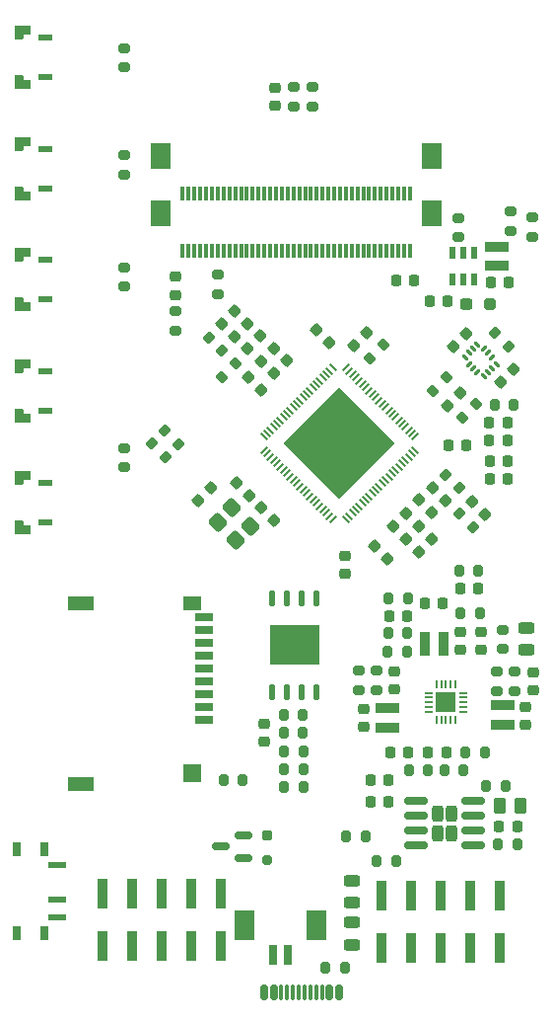
<source format=gtp>
G04 #@! TF.GenerationSoftware,KiCad,Pcbnew,9.0.2*
G04 #@! TF.CreationDate,2025-11-30T05:01:48+08:00*
G04 #@! TF.ProjectId,electric_pass_baseboard,656c6563-7472-4696-935f-706173735f62,rev?*
G04 #@! TF.SameCoordinates,Original*
G04 #@! TF.FileFunction,Paste,Top*
G04 #@! TF.FilePolarity,Positive*
%FSLAX46Y46*%
G04 Gerber Fmt 4.6, Leading zero omitted, Abs format (unit mm)*
G04 Created by KiCad (PCBNEW 9.0.2) date 2025-11-30 05:01:48*
%MOMM*%
%LPD*%
G01*
G04 APERTURE LIST*
G04 Aperture macros list*
%AMRoundRect*
0 Rectangle with rounded corners*
0 $1 Rounding radius*
0 $2 $3 $4 $5 $6 $7 $8 $9 X,Y pos of 4 corners*
0 Add a 4 corners polygon primitive as box body*
4,1,4,$2,$3,$4,$5,$6,$7,$8,$9,$2,$3,0*
0 Add four circle primitives for the rounded corners*
1,1,$1+$1,$2,$3*
1,1,$1+$1,$4,$5*
1,1,$1+$1,$6,$7*
1,1,$1+$1,$8,$9*
0 Add four rect primitives between the rounded corners*
20,1,$1+$1,$2,$3,$4,$5,0*
20,1,$1+$1,$4,$5,$6,$7,0*
20,1,$1+$1,$6,$7,$8,$9,0*
20,1,$1+$1,$8,$9,$2,$3,0*%
%AMRotRect*
0 Rectangle, with rotation*
0 The origin of the aperture is its center*
0 $1 length*
0 $2 width*
0 $3 Rotation angle, in degrees counterclockwise*
0 Add horizontal line*
21,1,$1,$2,0,0,$3*%
%AMFreePoly0*
4,1,17,0.555355,0.685355,0.570000,0.650000,0.570000,0.000000,0.555355,-0.035355,0.520000,-0.050000,0.170000,-0.050000,0.170000,-0.650000,0.155355,-0.685355,0.120000,-0.700000,-0.530000,-0.700000,-0.565355,-0.685355,-0.580000,-0.650000,-0.580000,0.650000,-0.565355,0.685355,-0.530000,0.700000,0.520000,0.700000,0.555355,0.685355,0.555355,0.685355,$1*%
%AMFreePoly1*
4,1,17,0.565355,0.685355,0.580000,0.650000,0.580000,-0.650000,0.565355,-0.685355,0.530000,-0.700000,-0.120000,-0.700000,-0.155355,-0.685355,-0.170000,-0.650000,-0.170000,-0.050000,-0.520000,-0.050000,-0.555355,-0.035355,-0.570000,0.000000,-0.570000,0.650000,-0.555355,0.685355,-0.520000,0.700000,0.530000,0.700000,0.565355,0.685355,0.565355,0.685355,$1*%
G04 Aperture macros list end*
%ADD10R,0.530000X1.070000*%
%ADD11RoundRect,0.200000X0.200000X0.275000X-0.200000X0.275000X-0.200000X-0.275000X0.200000X-0.275000X0*%
%ADD12RoundRect,0.200000X-0.200000X-0.275000X0.200000X-0.275000X0.200000X0.275000X-0.200000X0.275000X0*%
%ADD13R,1.600000X0.700000*%
%ADD14R,1.500000X1.200000*%
%ADD15R,2.200000X1.200000*%
%ADD16R,1.500000X1.600000*%
%ADD17FreePoly0,90.000000*%
%ADD18FreePoly1,90.000000*%
%ADD19R,1.200000X0.600000*%
%ADD20R,2.000000X0.850000*%
%ADD21RoundRect,0.225000X0.225000X0.250000X-0.225000X0.250000X-0.225000X-0.250000X0.225000X-0.250000X0*%
%ADD22RoundRect,0.250000X0.565685X-0.070711X-0.070711X0.565685X-0.565685X0.070711X0.070711X-0.565685X0*%
%ADD23RoundRect,0.225000X-0.225000X-0.250000X0.225000X-0.250000X0.225000X0.250000X-0.225000X0.250000X0*%
%ADD24RoundRect,0.250000X0.255000X0.440000X-0.255000X0.440000X-0.255000X-0.440000X0.255000X-0.440000X0*%
%ADD25RoundRect,0.150000X0.825000X0.150000X-0.825000X0.150000X-0.825000X-0.150000X0.825000X-0.150000X0*%
%ADD26RoundRect,0.200000X0.053033X-0.335876X0.335876X-0.053033X-0.053033X0.335876X-0.335876X0.053033X0*%
%ADD27RoundRect,0.200000X-0.275000X0.200000X-0.275000X-0.200000X0.275000X-0.200000X0.275000X0.200000X0*%
%ADD28RoundRect,0.250000X-0.275000X-0.250000X0.275000X-0.250000X0.275000X0.250000X-0.275000X0.250000X0*%
%ADD29RoundRect,0.250000X-0.250000X-0.250000X0.250000X-0.250000X0.250000X0.250000X-0.250000X0.250000X0*%
%ADD30RoundRect,0.225000X-0.335876X-0.017678X-0.017678X-0.335876X0.335876X0.017678X0.017678X0.335876X0*%
%ADD31R,0.850000X2.000000*%
%ADD32RoundRect,0.250000X0.262500X0.450000X-0.262500X0.450000X-0.262500X-0.450000X0.262500X-0.450000X0*%
%ADD33RoundRect,0.225000X0.335876X0.017678X0.017678X0.335876X-0.335876X-0.017678X-0.017678X-0.335876X0*%
%ADD34RoundRect,0.200000X0.275000X-0.200000X0.275000X0.200000X-0.275000X0.200000X-0.275000X-0.200000X0*%
%ADD35RoundRect,0.225000X0.250000X-0.225000X0.250000X0.225000X-0.250000X0.225000X-0.250000X-0.225000X0*%
%ADD36RoundRect,0.225000X0.017678X-0.335876X0.335876X-0.017678X-0.017678X0.335876X-0.335876X0.017678X0*%
%ADD37RoundRect,0.225000X-0.017678X0.335876X-0.335876X0.017678X0.017678X-0.335876X0.335876X-0.017678X0*%
%ADD38RoundRect,0.150000X0.587500X0.150000X-0.587500X0.150000X-0.587500X-0.150000X0.587500X-0.150000X0*%
%ADD39R,1.520000X0.600000*%
%ADD40R,0.700000X1.200000*%
%ADD41RotRect,0.200000X0.800000X135.000000*%
%ADD42RotRect,0.800000X0.200000X135.000000*%
%ADD43RotRect,6.750000X6.750000X135.000000*%
%ADD44RoundRect,0.225000X-0.250000X0.225000X-0.250000X-0.225000X0.250000X-0.225000X0.250000X0.225000X0*%
%ADD45RoundRect,0.087500X0.220971X-0.097227X-0.097227X0.220971X-0.220971X0.097227X0.097227X-0.220971X0*%
%ADD46RoundRect,0.087500X0.220971X0.097227X0.097227X0.220971X-0.220971X-0.097227X-0.097227X-0.220971X0*%
%ADD47C,0.800000*%
%ADD48O,0.560000X1.400000*%
%ADD49R,4.300000X3.400000*%
%ADD50RoundRect,0.243750X-0.456250X0.243750X-0.456250X-0.243750X0.456250X-0.243750X0.456250X0.243750X0*%
%ADD51RoundRect,0.200000X0.335876X0.053033X0.053033X0.335876X-0.335876X-0.053033X-0.053033X-0.335876X0*%
%ADD52RoundRect,0.243750X0.456250X-0.243750X0.456250X0.243750X-0.456250X0.243750X-0.456250X-0.243750X0*%
%ADD53R,0.300000X1.300000*%
%ADD54R,1.800000X2.200000*%
%ADD55RoundRect,0.212500X-0.212500X0.212500X-0.212500X-0.212500X0.212500X-0.212500X0.212500X0.212500X0*%
%ADD56RoundRect,0.206250X-0.206250X0.206250X-0.206250X-0.206250X0.206250X-0.206250X0.206250X0.206250X0*%
%ADD57R,0.850000X2.500000*%
%ADD58R,0.800000X0.200000*%
%ADD59R,0.200000X0.800000*%
%ADD60R,1.700000X1.700000*%
%ADD61RoundRect,0.200000X-0.335876X-0.053033X-0.053033X-0.335876X0.335876X0.053033X0.053033X0.335876X0*%
%ADD62RoundRect,0.150000X-0.150000X-0.500000X0.150000X-0.500000X0.150000X0.500000X-0.150000X0.500000X0*%
%ADD63RoundRect,0.075000X-0.075000X-0.575000X0.075000X-0.575000X0.075000X0.575000X-0.075000X0.575000X0*%
%ADD64RoundRect,0.200000X-0.053033X0.335876X-0.335876X0.053033X0.053033X-0.335876X0.335876X-0.053033X0*%
%ADD65R,0.700000X1.700000*%
%ADD66R,1.800000X2.500000*%
G04 APERTURE END LIST*
D10*
G04 #@! TO.C,U9*
X163533497Y-76848549D03*
X162583497Y-76848549D03*
X161633497Y-76848549D03*
X161633497Y-79148549D03*
X162583497Y-79148549D03*
X163533497Y-79148549D03*
G04 #@! TD*
D11*
G04 #@! TO.C,R48*
X166941000Y-89916000D03*
X165291000Y-89916000D03*
G04 #@! TD*
D12*
G04 #@! TO.C,R36*
X147215530Y-122674160D03*
X148865530Y-122674160D03*
G04 #@! TD*
D13*
G04 #@! TO.C,Card1*
X140300000Y-116900000D03*
X140300000Y-115800000D03*
X140300000Y-114700000D03*
X140300000Y-113600000D03*
X140300000Y-112500000D03*
X140300000Y-111400000D03*
X140300000Y-110300000D03*
X140300000Y-109200000D03*
X140300000Y-108100000D03*
D14*
X139300000Y-106900000D03*
D15*
X129700000Y-106900000D03*
D16*
X139300000Y-121500000D03*
D15*
X129700000Y-122400000D03*
G04 #@! TD*
D17*
G04 #@! TO.C,SW5*
X124740000Y-81300000D03*
D18*
X124740000Y-77060000D03*
D19*
X126690000Y-80880000D03*
X126690000Y-77480000D03*
G04 #@! TD*
D20*
G04 #@! TO.C,L1*
X156075000Y-117580000D03*
X156075000Y-115920000D03*
G04 #@! TD*
D21*
G04 #@! TO.C,C8*
X157775000Y-108000000D03*
X156225000Y-108000000D03*
G04 #@! TD*
D22*
G04 #@! TO.C,Y1*
X144269579Y-100301047D03*
X142713944Y-98745412D03*
X141511863Y-99947493D03*
X143067498Y-101503128D03*
G04 #@! TD*
D12*
G04 #@! TO.C,R18*
X156085796Y-111103910D03*
X157735796Y-111103910D03*
G04 #@! TD*
D17*
G04 #@! TO.C,SW9*
X124740000Y-100380000D03*
D18*
X124740000Y-96140000D03*
D19*
X126690000Y-99960000D03*
X126690000Y-96560000D03*
G04 #@! TD*
D23*
G04 #@! TO.C,C32*
X156825000Y-79200000D03*
X158375000Y-79200000D03*
G04 #@! TD*
D24*
G04 #@! TO.C,U1*
X161574000Y-126625000D03*
X161574000Y-124975000D03*
X160374000Y-126625000D03*
X160374000Y-124975000D03*
D25*
X163449000Y-127705000D03*
X163449000Y-126435000D03*
X163449000Y-125165000D03*
X163449000Y-123895000D03*
X158499000Y-123895000D03*
X158499000Y-125165000D03*
X158499000Y-126435000D03*
X158499000Y-127705000D03*
G04 #@! TD*
D26*
G04 #@! TO.C,R26*
X141871053Y-87557880D03*
X143037779Y-86391154D03*
G04 #@! TD*
D17*
G04 #@! TO.C,SW6*
X124740000Y-71760000D03*
D18*
X124740000Y-67520000D03*
D19*
X126690000Y-71340000D03*
X126690000Y-67940000D03*
G04 #@! TD*
D27*
G04 #@! TO.C,R29*
X137900000Y-81875000D03*
X137900000Y-83525000D03*
G04 #@! TD*
D23*
G04 #@! TO.C,C30*
X162293000Y-105664000D03*
X163843000Y-105664000D03*
G04 #@! TD*
D12*
G04 #@! TO.C,R17*
X156175000Y-106500000D03*
X157825000Y-106500000D03*
G04 #@! TD*
D27*
G04 #@! TO.C,R34*
X133450000Y-68525000D03*
X133450000Y-70175000D03*
G04 #@! TD*
D12*
G04 #@! TO.C,R40*
X152525000Y-126875000D03*
X154175000Y-126875000D03*
G04 #@! TD*
D28*
G04 #@! TO.C,D5*
X162847994Y-81298751D03*
D29*
X164872994Y-81273751D03*
G04 #@! TD*
D21*
G04 #@! TO.C,C3*
X157875000Y-119750000D03*
X156325000Y-119750000D03*
G04 #@! TD*
D30*
G04 #@! TO.C,C16*
X158750000Y-100330000D03*
X159846016Y-101426016D03*
G04 #@! TD*
D12*
G04 #@! TO.C,R2*
X150768537Y-138204318D03*
X152418537Y-138204318D03*
G04 #@! TD*
D31*
G04 #@! TO.C,L2*
X159270000Y-110400000D03*
X160930000Y-110400000D03*
G04 #@! TD*
D12*
G04 #@! TO.C,R11*
X164565000Y-122600000D03*
X166215000Y-122600000D03*
G04 #@! TD*
D32*
G04 #@! TO.C,R9*
X167522545Y-124324517D03*
X165697545Y-124324517D03*
G04 #@! TD*
D33*
G04 #@! TO.C,C49*
X161076008Y-98084008D03*
X159979992Y-96987992D03*
G04 #@! TD*
D34*
G04 #@! TO.C,R12*
X166000000Y-110825000D03*
X166000000Y-109175000D03*
G04 #@! TD*
D21*
G04 #@! TO.C,C42*
X162863771Y-93387047D03*
X161313771Y-93387047D03*
G04 #@! TD*
D35*
G04 #@! TO.C,C5*
X162350000Y-110925000D03*
X162350000Y-109375000D03*
G04 #@! TD*
D27*
G04 #@! TO.C,R44*
X133425000Y-59325000D03*
X133425000Y-60975000D03*
G04 #@! TD*
D20*
G04 #@! TO.C,L4*
X165500000Y-78000000D03*
X165500000Y-76340000D03*
G04 #@! TD*
D36*
G04 #@! TO.C,C20*
X161249992Y-89956008D03*
X162346008Y-88859992D03*
G04 #@! TD*
D33*
G04 #@! TO.C,C31*
X144190088Y-97681104D03*
X143094072Y-96585088D03*
G04 #@! TD*
D21*
G04 #@! TO.C,C44*
X166383000Y-96266000D03*
X164833000Y-96266000D03*
G04 #@! TD*
D37*
G04 #@! TO.C,C27*
X140948008Y-97021992D03*
X139851992Y-98118008D03*
G04 #@! TD*
D11*
G04 #@! TO.C,R39*
X162625000Y-121225000D03*
X160975000Y-121225000D03*
G04 #@! TD*
D30*
G04 #@! TO.C,C29*
X145250000Y-98750000D03*
X146346016Y-99846016D03*
G04 #@! TD*
D34*
G04 #@! TO.C,R41*
X149600000Y-64325000D03*
X149600000Y-62675000D03*
G04 #@! TD*
D27*
G04 #@! TO.C,R20*
X167000000Y-112775000D03*
X167000000Y-114425000D03*
G04 #@! TD*
D33*
G04 #@! TO.C,C23*
X151048008Y-84548008D03*
X149951992Y-83451992D03*
G04 #@! TD*
D11*
G04 #@! TO.C,R1*
X143625000Y-122100000D03*
X141975000Y-122100000D03*
G04 #@! TD*
D17*
G04 #@! TO.C,SW4*
X124740000Y-90840000D03*
D18*
X124740000Y-86600000D03*
D19*
X126690000Y-90420000D03*
X126690000Y-87020000D03*
G04 #@! TD*
D20*
G04 #@! TO.C,L3*
X166000000Y-117330000D03*
X166000000Y-115670000D03*
G04 #@! TD*
D11*
G04 #@! TO.C,R14*
X164425000Y-119750000D03*
X162775000Y-119750000D03*
G04 #@! TD*
D12*
G04 #@! TO.C,R43*
X162350000Y-107800000D03*
X164000000Y-107800000D03*
G04 #@! TD*
D21*
G04 #@! TO.C,C41*
X166370000Y-92964000D03*
X164820000Y-92964000D03*
G04 #@! TD*
D38*
G04 #@! TO.C,Q1*
X143677500Y-128743084D03*
X143677500Y-126843084D03*
X141802500Y-127793084D03*
G04 #@! TD*
D39*
G04 #@! TO.C,SW1*
X127675000Y-129325000D03*
X127675000Y-132325000D03*
X127675000Y-133825000D03*
D40*
X126575000Y-127975000D03*
X124275000Y-127975000D03*
X126575000Y-135175000D03*
X124275000Y-135175000D03*
G04 #@! TD*
D36*
G04 #@! TO.C,C15*
X156613730Y-100337020D03*
X157709746Y-99241004D03*
G04 #@! TD*
D41*
G04 #@! TO.C,U3*
X158459798Y-92658832D03*
X158176956Y-92375989D03*
X157894113Y-92093146D03*
X157611270Y-91810303D03*
X157328428Y-91527461D03*
X157045585Y-91244618D03*
X156762742Y-90961775D03*
X156479899Y-90678933D03*
X156197057Y-90396090D03*
X155914214Y-90113247D03*
X155631371Y-89830404D03*
X155348529Y-89547562D03*
X155065686Y-89264719D03*
X154782843Y-88981876D03*
X154500000Y-88699034D03*
X154217158Y-88416191D03*
X153934315Y-88133348D03*
X153651472Y-87850505D03*
X153368630Y-87567663D03*
X153085787Y-87284820D03*
X152802944Y-87001977D03*
X152520101Y-86719135D03*
D42*
X151388731Y-86719135D03*
X151105888Y-87001977D03*
X150823045Y-87284820D03*
X150540202Y-87567663D03*
X150257360Y-87850505D03*
X149974517Y-88133348D03*
X149691674Y-88416191D03*
X149408832Y-88699034D03*
X149125989Y-88981876D03*
X148843146Y-89264719D03*
X148560303Y-89547562D03*
X148277461Y-89830404D03*
X147994618Y-90113247D03*
X147711775Y-90396090D03*
X147428933Y-90678933D03*
X147146090Y-90961775D03*
X146863247Y-91244618D03*
X146580404Y-91527461D03*
X146297562Y-91810303D03*
X146014719Y-92093146D03*
X145731876Y-92375989D03*
X145449034Y-92658832D03*
D41*
X145449034Y-93790202D03*
X145731876Y-94073045D03*
X146014719Y-94355888D03*
X146297562Y-94638731D03*
X146580404Y-94921573D03*
X146863247Y-95204416D03*
X147146090Y-95487259D03*
X147428933Y-95770101D03*
X147711775Y-96052944D03*
X147994618Y-96335787D03*
X148277461Y-96618630D03*
X148560303Y-96901472D03*
X148843146Y-97184315D03*
X149125989Y-97467158D03*
X149408832Y-97750000D03*
X149691674Y-98032843D03*
X149974517Y-98315686D03*
X150257360Y-98598529D03*
X150540202Y-98881371D03*
X150823045Y-99164214D03*
X151105888Y-99447057D03*
X151388731Y-99729899D03*
D42*
X152520101Y-99729899D03*
X152802944Y-99447057D03*
X153085787Y-99164214D03*
X153368630Y-98881371D03*
X153651472Y-98598529D03*
X153934315Y-98315686D03*
X154217158Y-98032843D03*
X154500000Y-97750000D03*
X154782843Y-97467158D03*
X155065686Y-97184315D03*
X155348529Y-96901472D03*
X155631371Y-96618630D03*
X155914214Y-96335787D03*
X156197057Y-96052944D03*
X156479899Y-95770101D03*
X156762742Y-95487259D03*
X157045585Y-95204416D03*
X157328428Y-94921573D03*
X157611270Y-94638731D03*
X157894113Y-94355888D03*
X158176956Y-94073045D03*
X158459798Y-93790202D03*
D43*
X151954416Y-93224517D03*
G04 #@! TD*
D34*
G04 #@! TO.C,R16*
X153625000Y-114350000D03*
X153625000Y-112700000D03*
G04 #@! TD*
D36*
G04 #@! TO.C,C38*
X165821992Y-87924008D03*
X166918008Y-86827992D03*
G04 #@! TD*
D44*
G04 #@! TO.C,C9*
X154075000Y-116000000D03*
X154075000Y-117550000D03*
G04 #@! TD*
D36*
G04 #@! TO.C,C19*
X153201992Y-84798008D03*
X154298008Y-83701992D03*
G04 #@! TD*
D23*
G04 #@! TO.C,C33*
X164975000Y-79420000D03*
X166525000Y-79420000D03*
G04 #@! TD*
D44*
G04 #@! TO.C,C12*
X167900000Y-115825000D03*
X167900000Y-117375000D03*
G04 #@! TD*
D23*
G04 #@! TO.C,C11*
X159275000Y-106950000D03*
X160825000Y-106950000D03*
G04 #@! TD*
D27*
G04 #@! TO.C,R27*
X141500000Y-78775000D03*
X141500000Y-80425000D03*
G04 #@! TD*
D34*
G04 #@! TO.C,R21*
X165500000Y-114425000D03*
X165500000Y-112775000D03*
G04 #@! TD*
D35*
G04 #@! TO.C,C34*
X137900000Y-80475000D03*
X137900000Y-78925000D03*
G04 #@! TD*
G04 #@! TO.C,C6*
X164100000Y-110925000D03*
X164100000Y-109375000D03*
G04 #@! TD*
D34*
G04 #@! TO.C,R7*
X166640000Y-74975000D03*
X166640000Y-73325000D03*
G04 #@! TD*
D45*
G04 #@! TO.C,U7*
X164375682Y-87458342D03*
X164729235Y-87104788D03*
X165082788Y-86751235D03*
X165436342Y-86397682D03*
D46*
X165082788Y-85814318D03*
X164729235Y-85460765D03*
X164375682Y-85107212D03*
D45*
X163792318Y-84753658D03*
X163438765Y-85107212D03*
X163085212Y-85460765D03*
X162731658Y-85814318D03*
D46*
X163085212Y-86397682D03*
X163438765Y-86751235D03*
X163792318Y-87104788D03*
G04 #@! TD*
D47*
G04 #@! TO.C,U6*
X147574000Y-109998000D03*
X147574000Y-110998000D03*
X148574000Y-109998000D03*
X148574000Y-110998000D03*
D48*
X146164000Y-114528000D03*
X147444000Y-114528000D03*
X148704000Y-114528000D03*
X149974000Y-114528000D03*
X149974000Y-106468000D03*
X148704000Y-106468000D03*
X147444000Y-106468000D03*
X146164000Y-106468000D03*
D49*
X148074000Y-110498000D03*
G04 #@! TD*
D50*
G04 #@! TO.C,D1*
X153007602Y-130739392D03*
X153007602Y-132614392D03*
G04 #@! TD*
D51*
G04 #@! TO.C,R49*
X166445363Y-84911363D03*
X165278637Y-83744637D03*
G04 #@! TD*
D12*
G04 #@! TO.C,R24*
X162243000Y-104164000D03*
X163893000Y-104164000D03*
G04 #@! TD*
D52*
G04 #@! TO.C,D4*
X168000000Y-110937500D03*
X168000000Y-109062500D03*
G04 #@! TD*
D51*
G04 #@! TO.C,R37*
X163397363Y-100405363D03*
X162230637Y-99238637D03*
G04 #@! TD*
D36*
G04 #@! TO.C,C18*
X145205116Y-86174532D03*
X146301132Y-85078516D03*
G04 #@! TD*
D51*
G04 #@! TO.C,R4*
X138083363Y-93283363D03*
X136916637Y-92116637D03*
G04 #@! TD*
D53*
G04 #@! TO.C,U5*
X158000000Y-71800000D03*
X157500000Y-71800000D03*
X157000000Y-71800000D03*
X156500000Y-71800000D03*
X156000000Y-71800000D03*
X155500000Y-71800000D03*
X155000000Y-71800000D03*
X154500000Y-71800000D03*
X154000000Y-71800000D03*
X153500000Y-71800000D03*
X153000000Y-71800000D03*
X152500000Y-71800000D03*
X152000000Y-71800000D03*
X151500000Y-71800000D03*
X151000000Y-71800000D03*
X150500000Y-71800000D03*
X150000000Y-71800000D03*
X149500000Y-71800000D03*
X149000000Y-71800000D03*
X148500000Y-71800000D03*
X148000000Y-71800000D03*
X147500000Y-71800000D03*
X147000000Y-71800000D03*
X146500000Y-71800000D03*
X146000000Y-71800000D03*
X145500000Y-71800000D03*
X145000000Y-71800000D03*
X144500000Y-71800000D03*
X144000000Y-71800000D03*
X143500000Y-71800000D03*
X143000000Y-71800000D03*
X142500000Y-71800000D03*
X142000000Y-71800000D03*
X141500000Y-71800000D03*
X141000000Y-71800000D03*
X140500000Y-71800000D03*
X140000000Y-71800000D03*
X139500000Y-71800000D03*
X139000000Y-71800000D03*
X138500000Y-71800000D03*
D54*
X159900000Y-68550000D03*
X136600000Y-68550000D03*
G04 #@! TD*
D55*
G04 #@! TO.C,D2*
X145765000Y-126822500D03*
D56*
X145752500Y-128935000D03*
G04 #@! TD*
D26*
G04 #@! TO.C,R23*
X159944637Y-88721363D03*
X161111363Y-87554637D03*
G04 #@! TD*
D36*
G04 #@! TO.C,C39*
X161757992Y-84876008D03*
X162854008Y-83779992D03*
G04 #@! TD*
D11*
G04 #@! TO.C,R10*
X156825000Y-129000000D03*
X155175000Y-129000000D03*
G04 #@! TD*
D57*
G04 #@! TO.C,J2*
X141755000Y-131800000D03*
X139215000Y-131800000D03*
X136675000Y-131800000D03*
X134135000Y-131800000D03*
X131595000Y-131800000D03*
X131595000Y-136300000D03*
X134135000Y-136300000D03*
X136675000Y-136300000D03*
X139215000Y-136300000D03*
X141755000Y-136300000D03*
G04 #@! TD*
D12*
G04 #@! TO.C,R13*
X165572568Y-127574517D03*
X167222568Y-127574517D03*
G04 #@! TD*
D44*
G04 #@! TO.C,C25*
X152400000Y-102857000D03*
X152400000Y-104407000D03*
G04 #@! TD*
D12*
G04 #@! TO.C,R35*
X147215530Y-121180160D03*
X148865530Y-121180160D03*
G04 #@! TD*
D35*
G04 #@! TO.C,C36*
X146400000Y-64275000D03*
X146400000Y-62725000D03*
G04 #@! TD*
D58*
G04 #@! TO.C,U2*
X159600000Y-114600000D03*
X159600000Y-115000000D03*
X159600000Y-115400000D03*
X159600000Y-115800000D03*
X159600000Y-116200000D03*
D59*
X160300000Y-116900000D03*
X160700000Y-116900000D03*
X161100000Y-116900000D03*
X161500000Y-116900000D03*
X161900000Y-116900000D03*
D58*
X162600000Y-116200000D03*
X162600000Y-115800000D03*
X162600000Y-115400000D03*
X162600000Y-115000000D03*
X162600000Y-114600000D03*
D59*
X161900000Y-113900000D03*
X161500000Y-113900000D03*
X161100000Y-113900000D03*
X160700000Y-113900000D03*
X160300000Y-113900000D03*
D60*
X161100000Y-115400000D03*
G04 #@! TD*
D61*
G04 #@! TO.C,R63*
X161060158Y-95884787D03*
X162226884Y-97051513D03*
G04 #@! TD*
D30*
G04 #@! TO.C,C13*
X157654932Y-101442072D03*
X158750948Y-102538088D03*
G04 #@! TD*
D36*
G04 #@! TO.C,C14*
X142951992Y-84048008D03*
X144048008Y-82951992D03*
G04 #@! TD*
D23*
G04 #@! TO.C,C2*
X165653416Y-126074517D03*
X167203416Y-126074517D03*
G04 #@! TD*
D36*
G04 #@! TO.C,C24*
X146317541Y-87235631D03*
X147413557Y-86139615D03*
G04 #@! TD*
D62*
G04 #@! TO.C,J1*
X145504416Y-140255000D03*
X146304416Y-140255000D03*
D63*
X147454416Y-140255000D03*
X148454416Y-140255000D03*
X148954416Y-140255000D03*
X149954416Y-140255000D03*
D62*
X151104416Y-140255000D03*
X151904416Y-140255000D03*
X151904416Y-140255000D03*
X151104416Y-140255000D03*
D63*
X150454416Y-140255000D03*
X149454416Y-140255000D03*
X147954416Y-140255000D03*
X146954416Y-140255000D03*
D62*
X146304416Y-140255000D03*
X145504416Y-140255000D03*
G04 #@! TD*
D30*
G04 #@! TO.C,C50*
X163375086Y-98186537D03*
X164471102Y-99282553D03*
G04 #@! TD*
D27*
G04 #@! TO.C,R30*
X162200000Y-73875000D03*
X162200000Y-75525000D03*
G04 #@! TD*
D17*
G04 #@! TO.C,SW2*
X124740000Y-62220000D03*
D18*
X124740000Y-57980000D03*
D19*
X126690000Y-61800000D03*
X126690000Y-58400000D03*
G04 #@! TD*
D44*
G04 #@! TO.C,C45*
X145500000Y-117225000D03*
X145500000Y-118775000D03*
G04 #@! TD*
D36*
G04 #@! TO.C,C22*
X141851992Y-82948008D03*
X142948008Y-81851992D03*
G04 #@! TD*
D30*
G04 #@! TO.C,C26*
X158750000Y-98080000D03*
X159846016Y-99176016D03*
G04 #@! TD*
D12*
G04 #@! TO.C,R8*
X147215530Y-119626160D03*
X148865530Y-119626160D03*
G04 #@! TD*
D64*
G04 #@! TO.C,R47*
X163651363Y-89840637D03*
X162484637Y-91007363D03*
G04 #@! TD*
D21*
G04 #@! TO.C,C43*
X166383000Y-94742000D03*
X164833000Y-94742000D03*
G04 #@! TD*
G04 #@! TO.C,C40*
X166370000Y-91440000D03*
X164820000Y-91440000D03*
G04 #@! TD*
D26*
G04 #@! TO.C,R22*
X154583274Y-85916726D03*
X155750000Y-84750000D03*
G04 #@! TD*
D53*
G04 #@! TO.C,U4*
X158000000Y-76700000D03*
X157500000Y-76700000D03*
X157000000Y-76700000D03*
X156500000Y-76700000D03*
X156000000Y-76700000D03*
X155500000Y-76700000D03*
X155000000Y-76700000D03*
X154500000Y-76700000D03*
X154000000Y-76700000D03*
X153500000Y-76700000D03*
X153000000Y-76700000D03*
X152500000Y-76700000D03*
X152000000Y-76700000D03*
X151500000Y-76700000D03*
X151000000Y-76700000D03*
X150500000Y-76700000D03*
X150000000Y-76700000D03*
X149500000Y-76700000D03*
X149000000Y-76700000D03*
X148500000Y-76700000D03*
X148000000Y-76700000D03*
X147500000Y-76700000D03*
X147000000Y-76700000D03*
X146500000Y-76700000D03*
X146000000Y-76700000D03*
X145500000Y-76700000D03*
X145000000Y-76700000D03*
X144500000Y-76700000D03*
X144000000Y-76700000D03*
X143500000Y-76700000D03*
X143000000Y-76700000D03*
X142500000Y-76700000D03*
X142000000Y-76700000D03*
X141500000Y-76700000D03*
X141000000Y-76700000D03*
X140500000Y-76700000D03*
X140000000Y-76700000D03*
X139500000Y-76700000D03*
X139000000Y-76700000D03*
X138500000Y-76700000D03*
D54*
X159900000Y-73450000D03*
X136600000Y-73450000D03*
G04 #@! TD*
D11*
G04 #@! TO.C,R19*
X157778035Y-109456603D03*
X156128035Y-109456603D03*
G04 #@! TD*
D21*
G04 #@! TO.C,C1*
X156150000Y-123925000D03*
X154600000Y-123925000D03*
G04 #@! TD*
D57*
G04 #@! TO.C,J3*
X165755000Y-132000000D03*
X163215000Y-132000000D03*
X160675000Y-132000000D03*
X158135000Y-132000000D03*
X155595000Y-132000000D03*
X155595000Y-136500000D03*
X158135000Y-136500000D03*
X160675000Y-136500000D03*
X163215000Y-136500000D03*
X165755000Y-136500000D03*
G04 #@! TD*
D30*
G04 #@! TO.C,C28*
X154981992Y-101991992D03*
X156078008Y-103088008D03*
G04 #@! TD*
D34*
G04 #@! TO.C,R15*
X155125000Y-114350000D03*
X155125000Y-112700000D03*
G04 #@! TD*
D12*
G04 #@! TO.C,R5*
X147175000Y-116500000D03*
X148825000Y-116500000D03*
G04 #@! TD*
D35*
G04 #@! TO.C,C7*
X156625000Y-114300000D03*
X156625000Y-112750000D03*
G04 #@! TD*
D27*
G04 #@! TO.C,R33*
X133450000Y-78125000D03*
X133450000Y-79775000D03*
G04 #@! TD*
D23*
G04 #@! TO.C,C4*
X159575000Y-119750000D03*
X161125000Y-119750000D03*
G04 #@! TD*
D36*
G04 #@! TO.C,C17*
X144067541Y-85116657D03*
X145163557Y-84020641D03*
G04 #@! TD*
D51*
G04 #@! TO.C,R25*
X141883363Y-85283363D03*
X140716637Y-84116637D03*
G04 #@! TD*
D61*
G04 #@! TO.C,R3*
X135816637Y-93216637D03*
X136983363Y-94383363D03*
G04 #@! TD*
D52*
G04 #@! TO.C,D3*
X152994976Y-136187432D03*
X152994976Y-134312432D03*
G04 #@! TD*
D65*
G04 #@! TO.C,U8*
X147520000Y-137045000D03*
X146280000Y-137045000D03*
D66*
X143820000Y-134545000D03*
X149980000Y-134545000D03*
G04 #@! TD*
D34*
G04 #@! TO.C,R28*
X168500000Y-75500000D03*
X168500000Y-73850000D03*
G04 #@! TD*
D12*
G04 #@! TO.C,R6*
X147175000Y-118000000D03*
X148825000Y-118000000D03*
G04 #@! TD*
D21*
G04 #@! TO.C,C35*
X161275000Y-81000000D03*
X159725000Y-81000000D03*
G04 #@! TD*
D33*
G04 #@! TO.C,C21*
X145204373Y-88619574D03*
X144108357Y-87523558D03*
G04 #@! TD*
D35*
G04 #@! TO.C,C10*
X168600000Y-114375000D03*
X168600000Y-112825000D03*
G04 #@! TD*
D27*
G04 #@! TO.C,R31*
X133450000Y-93625000D03*
X133450000Y-95275000D03*
G04 #@! TD*
D21*
G04 #@! TO.C,C37*
X156175000Y-122100000D03*
X154625000Y-122100000D03*
G04 #@! TD*
D34*
G04 #@! TO.C,R42*
X148000000Y-64325000D03*
X148000000Y-62675000D03*
G04 #@! TD*
D11*
G04 #@! TO.C,R38*
X159550000Y-121250000D03*
X157900000Y-121250000D03*
G04 #@! TD*
M02*

</source>
